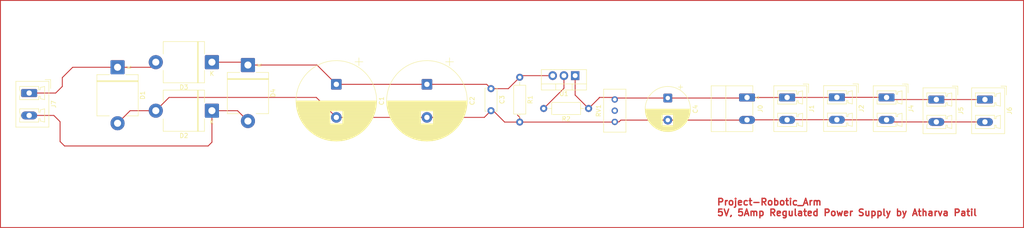
<source format=kicad_pcb>
(kicad_pcb (version 20241229) (generator "pcbnew") (generator_version "9.0")
  (title_block (title "PCB_Regulated_Power_Supply_5V_5Amp") (date "07-01-2026") (comment 1 "To provide constant 5v and 5amp supply to servo motors"))
  (layers (0 "F.Cu" signal) (2 "B.Cu" signal) (13 "F.Paste" user) (15 "B.Paste" user) (5 "F.SilkS" user "F.Silkscreen") (7 "B.SilkS" user "B.Silkscreen") (1 "F.Mask" user) (3 "B.Mask" user) (25 "Edge.Cuts" user))
  (net 0 "")
  (net 1 "Net-(D3-K)")
  (net 2 "Net-(D1-A)")
  (net 3 "Net-(J0-Pin_1)")
  (net 4 "Net-(D1-K)")
  (net 5 "Net-(D2-K)")
  (net 6 "Net-(U1-VO)")
  (footprint "Capacitor_THT:C_Disc_D5.0mm_W2.5mm_P5.00mm" (layer "F.Cu") (at 162 68 -90)
    (property "Reference" "C3" (at 2.5 -2.5 90) (layer "F.SilkS"))
    (property "Value" "100nF, 50V")
    (pad "1" thru_hole circle (at 0 0 270) (size 1.6 1.6) (drill 0.8) (layers "*.Cu" "*.Mask") (net 1 "Net-(D3-K)"))
    (pad "2" thru_hole circle (at 5 0 270) (size 1.6 1.6) (drill 0.8) (layers "*.Cu" "*.Mask") (net 2 "Net-(D1-A)"))
  )
  (footprint "Diode_THT:D_P600_R-6_P12.70mm_Horizontal" (layer "F.Cu") (at 107 62.65 -90)
    (property "Reference" "D4" (at 6.35 -5.67 90) (layer "F.SilkS"))
    (property "Value" "~")
    (fp_text user "K" (at 0 -2.6 90) (layer "F.SilkS"))
    (pad "1" thru_hole roundrect (at 0 0 270) (size 3.2 3.2) (drill 1.6) (layers "*.Cu" "*.Mask") (roundrect_rratio 0.078125) (net 1 "Net-(D3-K)"))
    (pad "2" thru_hole circle (at 12.7 0 270) (size 3.2 3.2) (drill 1.6) (layers "*.Cu" "*.Mask") (net 5 "Net-(D2-K)"))
  )
  (footprint "Capacitor_THT:CP_Radial_D10.0mm_P5.00mm" (layer "F.Cu") (at 202 70.132323 -90)
    (property "Reference" "C4" (at 2.5 -6.25 90) (layer "F.SilkS"))
    (property "Value" "1000uF, 16V")
    (pad "1" thru_hole roundrect (at 0 0 270) (size 2 2) (drill 1) (layers "*.Cu" "*.Mask") (roundrect_rratio 0.125) (net 3 "Net-(J0-Pin_1)"))
    (pad "2" thru_hole circle (at 5 0 270) (size 2 2) (drill 1) (layers "*.Cu" "*.Mask") (net 2 "Net-(D1-A)"))
  )
  (footprint "Capacitor_THT:CP_Radial_D18.0mm_P7.50mm" (layer "F.Cu") (at 127 67.02222 -90)
    (property "Reference" "C1" (at 3.75 -10.25 90) (layer "F.SilkS"))
    (property "Value" "4700µF, 25V")
    (pad "1" thru_hole roundrect (at 0 0 270) (size 2.4 2.4) (drill 1.2) (layers "*.Cu" "*.Mask") (roundrect_rratio 0.104167) (net 1 "Net-(D3-K)"))
    (pad "2" thru_hole circle (at 7.5 0 270) (size 2.4 2.4) (drill 1.2) (layers "*.Cu" "*.Mask") (net 2 "Net-(D1-A)"))
  )
  (footprint "Potentiometer_THT:Potentiometer_Bourns_3296W_Vertical" (layer "F.Cu") (at 190 70.46 90)
    (property "Reference" "RV1" (at -2.54 -3.66 90) (layer "F.SilkS"))
    (property "Value" "R_Potentiometer")
    (pad "1" thru_hole circle (at 0 0 90) (size 1.44 1.44) (drill 0.8) (layers "*.Cu" "*.Mask") (net 3 "Net-(J0-Pin_1)"))
    (pad "2" thru_hole circle (at -2.54 0 90) (size 1.44 1.44) (drill 0.8) (layers "*.Cu" "*.Mask"))
    (pad "3" thru_hole circle (at -5.08 0 90) (size 1.44 1.44) (drill 0.8) (layers "*.Cu" "*.Mask") (net 2 "Net-(D1-A)"))
  )
  (footprint "Diode_THT:D_P600_R-6_P12.70mm_Horizontal" (layer "F.Cu") (at 77.5 63.15 -90)
    (property "Reference" "D1" (at 6.35 -5.67 90) (layer "F.SilkS"))
    (property "Value" "~")
    (fp_text user "K" (at 0 -2.6 90) (layer "F.SilkS"))
    (pad "1" thru_hole roundrect (at 0 0 270) (size 3.2 3.2) (drill 1.6) (layers "*.Cu" "*.Mask") (roundrect_rratio 0.078125) (net 4 "Net-(D1-K)"))
    (pad "2" thru_hole circle (at 12.7 0 270) (size 3.2 3.2) (drill 1.6) (layers "*.Cu" "*.Mask") (net 2 "Net-(D1-A)"))
  )
  (footprint "Connector_Phoenix_MC_HighVoltage:PhoenixContact_MCV_1,5_2-G-5.08_1x02_P5.08mm_Vertical" (layer "F.Cu") (at 57.5 69 -90)
    (property "Reference" "J7" (at 2.54 -5.55 90) (layer "F.SilkS"))
    (property "Value" "AC Input 9v from S_D_Transformer")
    (pad "1" thru_hole roundrect (at 0 0 270) (size 1.8 3.6) (drill 1.2) (layers "*.Cu" "*.Mask") (roundrect_rratio 0.138889) (net 4 "Net-(D1-K)"))
    (pad "2" thru_hole oval (at 5.08 0 270) (size 1.8 3.6) (drill 1.2) (layers "*.Cu" "*.Mask") (net 5 "Net-(D2-K)"))
  )
  (footprint "Resistor_THT:R_Axial_DIN0207_L6.3mm_D2.5mm_P10.16mm_Horizontal" (layer "F.Cu") (at 168.5 65.42 -90)
    (property "Reference" "R1" (at 5.08 -2.37 90) (layer "F.SilkS"))
    (property "Value" "2.2kΩ, 0.25W")
    (pad "1" thru_hole circle (at 0 0 270) (size 1.6 1.6) (drill 0.8) (layers "*.Cu" "*.Mask") (net 1 "Net-(D3-K)"))
    (pad "2" thru_hole circle (at 10.16 0 270) (size 1.6 1.6) (drill 0.8) (layers "*.Cu" "*.Mask") (net 2 "Net-(D1-A)"))
  )
  (footprint "Connector_Phoenix_MC_HighVoltage:PhoenixContact_MCV_1,5_2-G-5.08_1x02_P5.08mm_Vertical" (layer "F.Cu") (at 240.2625 69.9725 -90)
    (property "Reference" "J2" (at 2.54 -5.55 90) (layer "F.SilkS"))
    (property "Value" "SM_3")
    (pad "1" thru_hole roundrect (at 0 0 270) (size 1.8 3.6) (drill 1.2) (layers "*.Cu" "*.Mask") (roundrect_rratio 0.138889) (net 3 "Net-(J0-Pin_1)"))
    (pad "2" thru_hole oval (at 5.08 0 270) (size 1.8 3.6) (drill 1.2) (layers "*.Cu" "*.Mask") (net 2 "Net-(D1-A)"))
  )
  (footprint "Connector_Phoenix_MC_HighVoltage:PhoenixContact_MC_1,5_2-G-5.08_1x02_P5.08mm_Horizontal" (layer "F.Cu") (at 219.9325 70.01 -90)
    (property "Reference" "J0" (at 2.54 -3 90) (layer "F.SilkS"))
    (property "Value" "SM_1")
    (pad "1" thru_hole roundrect (at 0 0 270) (size 1.8 3.6) (drill 1.2) (layers "*.Cu" "*.Mask") (roundrect_rratio 0.138889) (net 3 "Net-(J0-Pin_1)"))
    (pad "2" thru_hole oval (at 5.08 0 270) (size 1.8 3.6) (drill 1.2) (layers "*.Cu" "*.Mask") (net 2 "Net-(D1-A)"))
  )
  (footprint "Connector_Phoenix_MC_HighVoltage:PhoenixContact_MCV_1,5_2-G-5.08_1x02_P5.08mm_Vertical" (layer "F.Cu") (at 273.7625 70.4725 -90)
    (property "Reference" "J6" (at 2.54 -5.55 90) (layer "F.SilkS"))
    (property "Value" "SM_6")
    (pad "1" thru_hole roundrect (at 0 0 270) (size 1.8 3.6) (drill 1.2) (layers "*.Cu" "*.Mask") (roundrect_rratio 0.138889) (net 3 "Net-(J0-Pin_1)"))
    (pad "2" thru_hole oval (at 5.08 0 270) (size 1.8 3.6) (drill 1.2) (layers "*.Cu" "*.Mask") (net 2 "Net-(D1-A)"))
  )
  (footprint "Connector_Phoenix_MC_HighVoltage:PhoenixContact_MCV_1,5_2-G-5.08_1x02_P5.08mm_Vertical" (layer "F.Cu") (at 229 70 -90)
    (property "Reference" "J1" (at 2.54 -5.55 90) (layer "F.SilkS"))
    (property "Value" "SM_2")
    (pad "1" thru_hole roundrect (at 0 0 270) (size 1.8 3.6) (drill 1.2) (layers "*.Cu" "*.Mask") (roundrect_rratio 0.138889) (net 3 "Net-(J0-Pin_1)"))
    (pad "2" thru_hole oval (at 5.08 0 270) (size 1.8 3.6) (drill 1.2) (layers "*.Cu" "*.Mask") (net 2 "Net-(D1-A)"))
  )
  (footprint "Diode_THT:D_P600_R-6_P12.70mm_Horizontal" (layer "F.Cu") (at 98.85 73 180)
    (property "Reference" "D2" (at 6.35 -5.67 0) (layer "F.SilkS"))
    (property "Value" "~")
    (fp_text user "K" (at 0 -2.6 0) (layer "F.SilkS"))
    (pad "1" thru_hole roundrect (at 0 0 180) (size 3.2 3.2) (drill 1.6) (layers "*.Cu" "*.Mask") (roundrect_rratio 0.078125) (net 5 "Net-(D2-K)"))
    (pad "2" thru_hole circle (at 12.7 0 180) (size 3.2 3.2) (drill 1.6) (layers "*.Cu" "*.Mask") (net 2 "Net-(D1-A)"))
  )
  (footprint "Package_TO_SOT_THT:TO-220-3_Vertical" (layer "F.Cu") (at 181.04 65.05 180)
    (property "Reference" "U1" (at 2.54 -4.1 0) (layer "F.SilkS"))
    (property "Value" "LM338")
    (pad "1" thru_hole rect (at 0 0 180) (size 1.905 2) (drill 1.1) (layers "*.Cu" "*.Mask") (net 3 "Net-(J0-Pin_1)"))
    (pad "2" thru_hole oval (at 2.54 0 180) (size 1.905 2) (drill 1.1) (layers "*.Cu" "*.Mask") (net 6 "Net-(U1-VO)"))
    (pad "3" thru_hole oval (at 5.08 0 180) (size 1.905 2) (drill 1.1) (layers "*.Cu" "*.Mask") (net 1 "Net-(D3-K)"))
  )
  (footprint "Resistor_THT:R_Axial_DIN0207_L6.3mm_D2.5mm_P10.16mm_Horizontal" (layer "F.Cu") (at 184.08 72.5 180)
    (property "Reference" "R2" (at 5.08 -2.37 0) (layer "F.SilkS"))
    (property "Value" "R")
    (pad "1" thru_hole circle (at 0 0 180) (size 1.6 1.6) (drill 0.8) (layers "*.Cu" "*.Mask") (net 3 "Net-(J0-Pin_1)"))
    (pad "2" thru_hole circle (at 10.16 0 180) (size 1.6 1.6) (drill 0.8) (layers "*.Cu" "*.Mask") (net 6 "Net-(U1-VO)"))
  )
  (footprint "Connector_Phoenix_MC_HighVoltage:PhoenixContact_MCV_1,5_2-G-5.08_1x02_P5.08mm_Vertical" (layer "F.Cu") (at 262.7625 70.4725 -90)
    (property "Reference" "J5" (at 2.54 -5.55 90) (layer "F.SilkS"))
    (property "Value" "SM_5")
    (pad "1" thru_hole roundrect (at 0 0 270) (size 1.8 3.6) (drill 1.2) (layers "*.Cu" "*.Mask") (roundrect_rratio 0.138889) (net 3 "Net-(J0-Pin_1)"))
    (pad "2" thru_hole oval (at 5.08 0 270) (size 1.8 3.6) (drill 1.2) (layers "*.Cu" "*.Mask") (net 2 "Net-(D1-A)"))
  )
  (footprint "Diode_THT:D_P600_R-6_P12.70mm_Horizontal" (layer "F.Cu") (at 98.85 62 180)
    (property "Reference" "D3" (at 6.35 -5.67 0) (layer "F.SilkS"))
    (property "Value" "10SQ045")
    (fp_text user "K" (at 0 -2.6 0) (layer "F.SilkS"))
    (pad "1" thru_hole roundrect (at 0 0 180) (size 3.2 3.2) (drill 1.6) (layers "*.Cu" "*.Mask") (roundrect_rratio 0.078125) (net 1 "Net-(D3-K)"))
    (pad "2" thru_hole circle (at 12.7 0 180) (size 3.2 3.2) (drill 1.6) (layers "*.Cu" "*.Mask") (net 4 "Net-(D1-K)"))
  )
  (footprint "Capacitor_THT:CP_Radial_D18.0mm_P7.50mm" (layer "F.Cu") (at 147.5 67.02222 -90)
    (property "Reference" "C2" (at 3.75 -10.25 90) (layer "F.SilkS"))
    (property "Value" "~")
    (pad "1" thru_hole roundrect (at 0 0 270) (size 2.4 2.4) (drill 1.2) (layers "*.Cu" "*.Mask") (roundrect_rratio 0.104167) (net 1 "Net-(D3-K)"))
    (pad "2" thru_hole circle (at 7.5 0 270) (size 2.4 2.4) (drill 1.2) (layers "*.Cu" "*.Mask") (net 2 "Net-(D1-A)"))
  )
  (footprint "Connector_Phoenix_MC_HighVoltage:PhoenixContact_MCV_1,5_2-G-5.08_1x02_P5.08mm_Vertical" (layer "F.Cu") (at 251.5 70 -90)
    (property "Reference" "J4" (at 2.54 -5.55 90) (layer "F.SilkS"))
    (property "Value" "SM_4")
    (pad "1" thru_hole roundrect (at 0 0 270) (size 1.8 3.6) (drill 1.2) (layers "*.Cu" "*.Mask") (roundrect_rratio 0.138889) (net 3 "Net-(J0-Pin_1)"))
    (pad "2" thru_hole oval (at 5.08 0 270) (size 1.8 3.6) (drill 1.2) (layers "*.Cu" "*.Mask") (net 2 "Net-(D1-A)"))
  )
  (gr_rect (start 51 48) (end 282.5 99.5) (stroke (width 0.2)) (fill no) (layer "F.Cu"))
  (gr_text "Project-Robotic_Arm\n5V, 5Amp Regulated Power Supply by Atharva Patil" (at 213 97 0) (layer "F.Cu") (effects (font (size 1.5 1.5) (thickness 0.3) (bold yes)) (justify left bottom)))
  (segment (start 107 62.65) (end 122.62778 62.65) (width 0.2) (layer "F.Cu") (net 1))
  (segment (start 106.35 62) (end 107 62.65) (width 0.2) (layer "F.Cu") (net 1))
  (segment (start 122.62778 62.65) (end 127 67.02222) (width 0.2) (layer "F.Cu") (net 1))
  (segment (start 175.96 65.05) (end 168.87 65.05) (width 0.2) (layer "F.Cu") (net 1))
  (segment (start 161.02222 67.02222) (end 162 68) (width 0.2) (layer "F.Cu") (net 1))
  (segment (start 162 68) (end 165.92 68) (width 0.2) (layer "F.Cu") (net 1))
  (segment (start 168.87 65.05) (end 168.5 65.42) (width 0.2) (layer "F.Cu") (net 1))
  (segment (start 127 67.02222) (end 147.5 67.02222) (width 0.2) (layer "F.Cu") (net 1))
  (segment (start 165.92 68) (end 168.5 65.42) (width 0.2) (layer "F.Cu") (net 1))
  (segment (start 147.5 67.02222) (end 161.02222 67.02222) (width 0.2) (layer "F.Cu") (net 1))
  (segment (start 98.85 62) (end 106.35 62) (width 0.2) (layer "F.Cu") (net 1))
  (segment (start 162.5 73) (end 165.08 75.58) (width 0.2) (layer "F.Cu") (net 2))
  (segment (start 219.890177 75.132323) (end 219.9325 75.09) (width 0.2) (layer "F.Cu") (net 2))
  (segment (start 251.5 75.08) (end 240.29 75.08) (width 0.2) (layer "F.Cu") (net 2))
  (segment (start 190 75.54) (end 190.96 75.54) (width 0.2) (layer "F.Cu") (net 2))
  (segment (start 168.5 75.58) (end 189.96 75.58) (width 0.2) (layer "F.Cu") (net 2))
  (segment (start 240.29 75.08) (end 240.2625 75.0525) (width 0.2) (layer "F.Cu") (net 2))
  (segment (start 122.47778 70) (end 127 74.52222) (width 0.2) (layer "F.Cu") (net 2))
  (segment (start 229 75.08) (end 219.9425 75.08) (width 0.2) (layer "F.Cu") (net 2))
  (segment (start 127 74.52222) (end 147.5 74.52222) (width 0.2) (layer "F.Cu") (net 2))
  (segment (start 262.7625 75.5525) (end 251.9725 75.5525) (width 0.2) (layer "F.Cu") (net 2))
  (segment (start 202 75.132323) (end 219.890177 75.132323) (width 0.2) (layer "F.Cu") (net 2))
  (segment (start 251.9725 75.5525) (end 251.5 75.08) (width 0.2) (layer "F.Cu") (net 2))
  (segment (start 219.9425 75.08) (end 219.9325 75.09) (width 0.2) (layer "F.Cu") (net 2))
  (segment (start 273.7625 75.5525) (end 262.7625 75.5525) (width 0.2) (layer "F.Cu") (net 2))
  (segment (start 77.5 75.85) (end 80.35 73) (width 0.2) (layer "F.Cu") (net 2))
  (segment (start 160.47778 74.52222) (end 162 73) (width 0.2) (layer "F.Cu") (net 2))
  (segment (start 147.5 74.52222) (end 160.47778 74.52222) (width 0.2) (layer "F.Cu") (net 2))
  (segment (start 165.08 75.58) (end 168.5 75.58) (width 0.2) (layer "F.Cu") (net 2))
  (segment (start 240.2625 75.0525) (end 229.0275 75.0525) (width 0.2) (layer "F.Cu") (net 2))
  (segment (start 168.5 74.5) (end 168 74) (width 0.2) (layer "F.Cu") (net 2))
  (segment (start 89.15 70) (end 122.47778 70) (width 0.2) (layer "F.Cu") (net 2))
  (segment (start 86.15 73) (end 89.15 70) (width 0.2) (layer "F.Cu") (net 2))
  (segment (start 190.96 75.54) (end 191.367677 75.132323) (width 0.2) (layer "F.Cu") (net 2))
  (segment (start 229.0275 75.0525) (end 229 75.08) (width 0.2) (layer "F.Cu") (net 2))
  (segment (start 168.5 75.58) (end 168.5 74.5) (width 0.2) (layer "F.Cu") (net 2))
  (segment (start 191.367677 75.132323) (end 202 75.132323) (width 0.2) (layer "F.Cu") (net 2))
  (segment (start 80.35 73) (end 86.15 73) (width 0.2) (layer "F.Cu") (net 2))
  (segment (start 162 73) (end 162.5 73) (width 0.2) (layer "F.Cu") (net 2))
  (segment (start 189.96 75.58) (end 190 75.54) (width 0.2) (layer "F.Cu") (net 2))
  (segment (start 240.235 70) (end 240.2625 69.9725) (width 0.2) (layer "F.Cu") (net 3))
  (segment (start 251.4725 69.9725) (end 251.5 70) (width 0.2) (layer "F.Cu") (net 3))
  (segment (start 228.99 70.01) (end 229 70) (width 0.2) (layer "F.Cu") (net 3))
  (segment (start 219.9325 70.01) (end 228.99 70.01) (width 0.2) (layer "F.Cu") (net 3))
  (segment (start 251.5 70) (end 252 70) (width 0.2) (layer "F.Cu") (net 3))
  (segment (start 186.5 70.08) (end 186.5 70) (width 0.2) (layer "F.Cu") (net 3))
  (segment (start 262.7625 70.4725) (end 273.7625 70.4725) (width 0.2) (layer "F.Cu") (net 3))
  (segment (start 229 70) (end 240.235 70) (width 0.2) (layer "F.Cu") (net 3))
  (segment (start 252.4725 70.4725) (end 262.7625 70.4725) (width 0.2) (layer "F.Cu") (net 3))
  (segment (start 181.04 65.05) (end 181.04 69.46) (width 0.2) (layer "F.Cu") (net 3))
  (segment (start 190.04 70.46) (end 190.367677 70.132323) (width 0.2) (layer "F.Cu") (net 3))
  (segment (start 190.367677 70.132323) (end 202 70.132323) (width 0.2) (layer "F.Cu") (net 3))
  (segment (start 181.04 69.46) (end 184.08 72.5) (width 0.2) (layer "F.Cu") (net 3))
  (segment (start 184.08 72.5) (end 186.5 70.08) (width 0.2) (layer "F.Cu") (net 3))
  (segment (start 240.2625 69.9725) (end 251.4725 69.9725) (width 0.2) (layer "F.Cu") (net 3))
  (segment (start 189.54 70) (end 190 70.46) (width 0.2) (layer "F.Cu") (net 3))
  (segment (start 252 70) (end 252.4725 70.4725) (width 0.2) (layer "F.Cu") (net 3))
  (segment (start 186.5 70) (end 189.54 70) (width 0.2) (layer "F.Cu") (net 3))
  (segment (start 190 70.46) (end 190.04 70.46) (width 0.2) (layer "F.Cu") (net 3))
  (segment (start 219.810177 70.132323) (end 219.9325 70.01) (width 0.2) (layer "F.Cu") (net 3))
  (segment (start 202 70.132323) (end 219.810177 70.132323) (width 0.2) (layer "F.Cu") (net 3))
  (segment (start 67.35 63.15) (end 77.5 63.15) (width 0.2) (layer "F.Cu") (net 4))
  (segment (start 65 67.5) (end 65 65.5) (width 0.2) (layer "F.Cu") (net 4))
  (segment (start 65 65.5) (end 67.35 63.15) (width 0.2) (layer "F.Cu") (net 4))
  (segment (start 77.5 63.15) (end 85 63.15) (width 0.2) (layer "F.Cu") (net 4))
  (segment (start 85 63.15) (end 86.15 62) (width 0.2) (layer "F.Cu") (net 4))
  (segment (start 57.5 69) (end 63.5 69) (width 0.2) (layer "F.Cu") (net 4))
  (segment (start 63.5 69) (end 65 67.5) (width 0.2) (layer "F.Cu") (net 4))
  (segment (start 98.85 73) (end 104.65 73) (width 0.2) (layer "F.Cu") (net 5))
  (segment (start 98.85 80.15) (end 98 81) (width 0.2) (layer "F.Cu") (net 5))
  (segment (start 65.5 81) (end 64.5 80) (width 0.2) (layer "F.Cu") (net 5))
  (segment (start 104.65 73) (end 107 75.35) (width 0.2) (layer "F.Cu") (net 5))
  (segment (start 64.5 80) (end 64.5 75.5) (width 0.2) (layer "F.Cu") (net 5))
  (segment (start 63.08 74.08) (end 57.5 74.08) (width 0.2) (layer "F.Cu") (net 5))
  (segment (start 64.5 75.5) (end 63.08 74.08) (width 0.2) (layer "F.Cu") (net 5))
  (segment (start 98 81) (end 65.5 81) (width 0.2) (layer "F.Cu") (net 5))
  (segment (start 98.85 73) (end 98.85 80.15) (width 0.2) (layer "F.Cu") (net 5))
  (segment (start 178.5 67.92) (end 173.92 72.5) (width 0.2) (layer "F.Cu") (net 6))
  (segment (start 178.5 65.05) (end 178.5 67.92) (width 0.2) (layer "F.Cu") (net 6))
)
</source>
